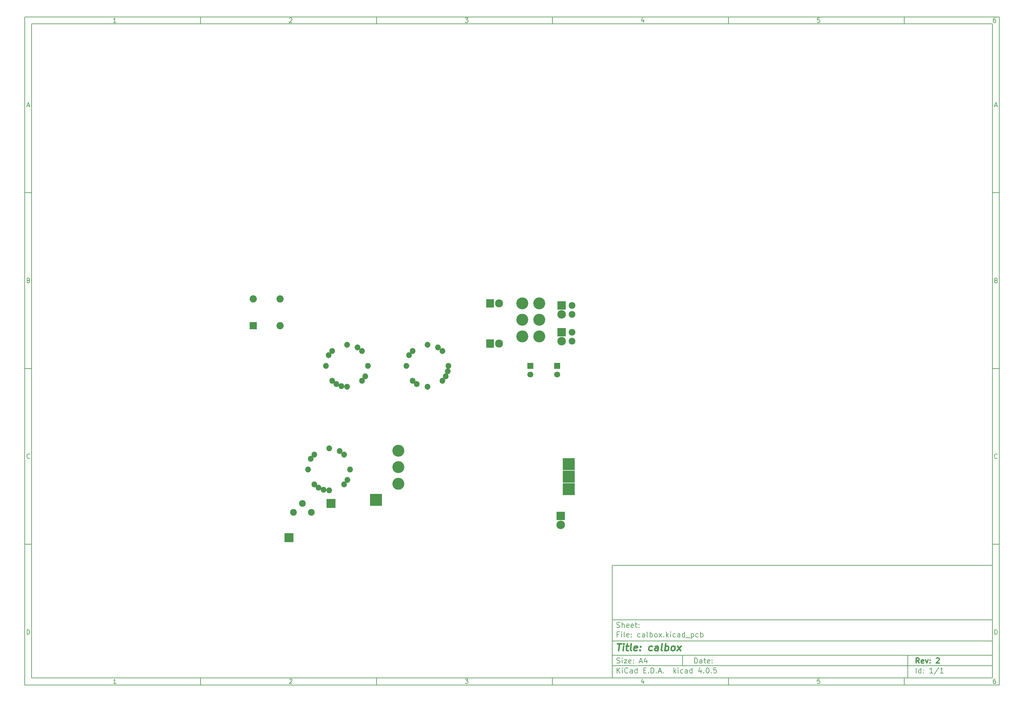
<source format=gbr>
G04 #@! TF.FileFunction,Soldermask,Bot*
%FSLAX46Y46*%
G04 Gerber Fmt 4.6, Leading zero omitted, Abs format (unit mm)*
G04 Created by KiCad (PCBNEW 4.0.5) date Monday, May 22, 2017 'PMt' 09:48:53 PM*
%MOMM*%
%LPD*%
G01*
G04 APERTURE LIST*
%ADD10C,0.100000*%
%ADD11C,0.150000*%
%ADD12C,0.300000*%
%ADD13C,0.400000*%
%ADD14C,1.924000*%
%ADD15R,3.400000X3.400000*%
%ADD16C,1.700000*%
%ADD17R,1.700000X1.700000*%
%ADD18R,2.635200X2.635200*%
%ADD19R,2.432000X2.432000*%
%ADD20O,2.432000X2.432000*%
%ADD21R,2.051000X2.051000*%
%ADD22C,2.051000*%
%ADD23R,2.300000X2.400000*%
%ADD24C,2.300000*%
%ADD25O,1.670000X1.670000*%
%ADD26C,3.400000*%
%ADD27O,1.924000X1.924000*%
G04 APERTURE END LIST*
D10*
D11*
X177002200Y-166007200D02*
X177002200Y-198007200D01*
X285002200Y-198007200D01*
X285002200Y-166007200D01*
X177002200Y-166007200D01*
D10*
D11*
X10000000Y-10000000D02*
X10000000Y-200007200D01*
X287002200Y-200007200D01*
X287002200Y-10000000D01*
X10000000Y-10000000D01*
D10*
D11*
X12000000Y-12000000D02*
X12000000Y-198007200D01*
X285002200Y-198007200D01*
X285002200Y-12000000D01*
X12000000Y-12000000D01*
D10*
D11*
X60000000Y-12000000D02*
X60000000Y-10000000D01*
D10*
D11*
X110000000Y-12000000D02*
X110000000Y-10000000D01*
D10*
D11*
X160000000Y-12000000D02*
X160000000Y-10000000D01*
D10*
D11*
X210000000Y-12000000D02*
X210000000Y-10000000D01*
D10*
D11*
X260000000Y-12000000D02*
X260000000Y-10000000D01*
D10*
D11*
X35990476Y-11588095D02*
X35247619Y-11588095D01*
X35619048Y-11588095D02*
X35619048Y-10288095D01*
X35495238Y-10473810D01*
X35371429Y-10597619D01*
X35247619Y-10659524D01*
D10*
D11*
X85247619Y-10411905D02*
X85309524Y-10350000D01*
X85433333Y-10288095D01*
X85742857Y-10288095D01*
X85866667Y-10350000D01*
X85928571Y-10411905D01*
X85990476Y-10535714D01*
X85990476Y-10659524D01*
X85928571Y-10845238D01*
X85185714Y-11588095D01*
X85990476Y-11588095D01*
D10*
D11*
X135185714Y-10288095D02*
X135990476Y-10288095D01*
X135557143Y-10783333D01*
X135742857Y-10783333D01*
X135866667Y-10845238D01*
X135928571Y-10907143D01*
X135990476Y-11030952D01*
X135990476Y-11340476D01*
X135928571Y-11464286D01*
X135866667Y-11526190D01*
X135742857Y-11588095D01*
X135371429Y-11588095D01*
X135247619Y-11526190D01*
X135185714Y-11464286D01*
D10*
D11*
X185866667Y-10721429D02*
X185866667Y-11588095D01*
X185557143Y-10226190D02*
X185247619Y-11154762D01*
X186052381Y-11154762D01*
D10*
D11*
X235928571Y-10288095D02*
X235309524Y-10288095D01*
X235247619Y-10907143D01*
X235309524Y-10845238D01*
X235433333Y-10783333D01*
X235742857Y-10783333D01*
X235866667Y-10845238D01*
X235928571Y-10907143D01*
X235990476Y-11030952D01*
X235990476Y-11340476D01*
X235928571Y-11464286D01*
X235866667Y-11526190D01*
X235742857Y-11588095D01*
X235433333Y-11588095D01*
X235309524Y-11526190D01*
X235247619Y-11464286D01*
D10*
D11*
X285866667Y-10288095D02*
X285619048Y-10288095D01*
X285495238Y-10350000D01*
X285433333Y-10411905D01*
X285309524Y-10597619D01*
X285247619Y-10845238D01*
X285247619Y-11340476D01*
X285309524Y-11464286D01*
X285371429Y-11526190D01*
X285495238Y-11588095D01*
X285742857Y-11588095D01*
X285866667Y-11526190D01*
X285928571Y-11464286D01*
X285990476Y-11340476D01*
X285990476Y-11030952D01*
X285928571Y-10907143D01*
X285866667Y-10845238D01*
X285742857Y-10783333D01*
X285495238Y-10783333D01*
X285371429Y-10845238D01*
X285309524Y-10907143D01*
X285247619Y-11030952D01*
D10*
D11*
X60000000Y-198007200D02*
X60000000Y-200007200D01*
D10*
D11*
X110000000Y-198007200D02*
X110000000Y-200007200D01*
D10*
D11*
X160000000Y-198007200D02*
X160000000Y-200007200D01*
D10*
D11*
X210000000Y-198007200D02*
X210000000Y-200007200D01*
D10*
D11*
X260000000Y-198007200D02*
X260000000Y-200007200D01*
D10*
D11*
X35990476Y-199595295D02*
X35247619Y-199595295D01*
X35619048Y-199595295D02*
X35619048Y-198295295D01*
X35495238Y-198481010D01*
X35371429Y-198604819D01*
X35247619Y-198666724D01*
D10*
D11*
X85247619Y-198419105D02*
X85309524Y-198357200D01*
X85433333Y-198295295D01*
X85742857Y-198295295D01*
X85866667Y-198357200D01*
X85928571Y-198419105D01*
X85990476Y-198542914D01*
X85990476Y-198666724D01*
X85928571Y-198852438D01*
X85185714Y-199595295D01*
X85990476Y-199595295D01*
D10*
D11*
X135185714Y-198295295D02*
X135990476Y-198295295D01*
X135557143Y-198790533D01*
X135742857Y-198790533D01*
X135866667Y-198852438D01*
X135928571Y-198914343D01*
X135990476Y-199038152D01*
X135990476Y-199347676D01*
X135928571Y-199471486D01*
X135866667Y-199533390D01*
X135742857Y-199595295D01*
X135371429Y-199595295D01*
X135247619Y-199533390D01*
X135185714Y-199471486D01*
D10*
D11*
X185866667Y-198728629D02*
X185866667Y-199595295D01*
X185557143Y-198233390D02*
X185247619Y-199161962D01*
X186052381Y-199161962D01*
D10*
D11*
X235928571Y-198295295D02*
X235309524Y-198295295D01*
X235247619Y-198914343D01*
X235309524Y-198852438D01*
X235433333Y-198790533D01*
X235742857Y-198790533D01*
X235866667Y-198852438D01*
X235928571Y-198914343D01*
X235990476Y-199038152D01*
X235990476Y-199347676D01*
X235928571Y-199471486D01*
X235866667Y-199533390D01*
X235742857Y-199595295D01*
X235433333Y-199595295D01*
X235309524Y-199533390D01*
X235247619Y-199471486D01*
D10*
D11*
X285866667Y-198295295D02*
X285619048Y-198295295D01*
X285495238Y-198357200D01*
X285433333Y-198419105D01*
X285309524Y-198604819D01*
X285247619Y-198852438D01*
X285247619Y-199347676D01*
X285309524Y-199471486D01*
X285371429Y-199533390D01*
X285495238Y-199595295D01*
X285742857Y-199595295D01*
X285866667Y-199533390D01*
X285928571Y-199471486D01*
X285990476Y-199347676D01*
X285990476Y-199038152D01*
X285928571Y-198914343D01*
X285866667Y-198852438D01*
X285742857Y-198790533D01*
X285495238Y-198790533D01*
X285371429Y-198852438D01*
X285309524Y-198914343D01*
X285247619Y-199038152D01*
D10*
D11*
X10000000Y-60000000D02*
X12000000Y-60000000D01*
D10*
D11*
X10000000Y-110000000D02*
X12000000Y-110000000D01*
D10*
D11*
X10000000Y-160000000D02*
X12000000Y-160000000D01*
D10*
D11*
X10690476Y-35216667D02*
X11309524Y-35216667D01*
X10566667Y-35588095D02*
X11000000Y-34288095D01*
X11433333Y-35588095D01*
D10*
D11*
X11092857Y-84907143D02*
X11278571Y-84969048D01*
X11340476Y-85030952D01*
X11402381Y-85154762D01*
X11402381Y-85340476D01*
X11340476Y-85464286D01*
X11278571Y-85526190D01*
X11154762Y-85588095D01*
X10659524Y-85588095D01*
X10659524Y-84288095D01*
X11092857Y-84288095D01*
X11216667Y-84350000D01*
X11278571Y-84411905D01*
X11340476Y-84535714D01*
X11340476Y-84659524D01*
X11278571Y-84783333D01*
X11216667Y-84845238D01*
X11092857Y-84907143D01*
X10659524Y-84907143D01*
D10*
D11*
X11402381Y-135464286D02*
X11340476Y-135526190D01*
X11154762Y-135588095D01*
X11030952Y-135588095D01*
X10845238Y-135526190D01*
X10721429Y-135402381D01*
X10659524Y-135278571D01*
X10597619Y-135030952D01*
X10597619Y-134845238D01*
X10659524Y-134597619D01*
X10721429Y-134473810D01*
X10845238Y-134350000D01*
X11030952Y-134288095D01*
X11154762Y-134288095D01*
X11340476Y-134350000D01*
X11402381Y-134411905D01*
D10*
D11*
X10659524Y-185588095D02*
X10659524Y-184288095D01*
X10969048Y-184288095D01*
X11154762Y-184350000D01*
X11278571Y-184473810D01*
X11340476Y-184597619D01*
X11402381Y-184845238D01*
X11402381Y-185030952D01*
X11340476Y-185278571D01*
X11278571Y-185402381D01*
X11154762Y-185526190D01*
X10969048Y-185588095D01*
X10659524Y-185588095D01*
D10*
D11*
X287002200Y-60000000D02*
X285002200Y-60000000D01*
D10*
D11*
X287002200Y-110000000D02*
X285002200Y-110000000D01*
D10*
D11*
X287002200Y-160000000D02*
X285002200Y-160000000D01*
D10*
D11*
X285692676Y-35216667D02*
X286311724Y-35216667D01*
X285568867Y-35588095D02*
X286002200Y-34288095D01*
X286435533Y-35588095D01*
D10*
D11*
X286095057Y-84907143D02*
X286280771Y-84969048D01*
X286342676Y-85030952D01*
X286404581Y-85154762D01*
X286404581Y-85340476D01*
X286342676Y-85464286D01*
X286280771Y-85526190D01*
X286156962Y-85588095D01*
X285661724Y-85588095D01*
X285661724Y-84288095D01*
X286095057Y-84288095D01*
X286218867Y-84350000D01*
X286280771Y-84411905D01*
X286342676Y-84535714D01*
X286342676Y-84659524D01*
X286280771Y-84783333D01*
X286218867Y-84845238D01*
X286095057Y-84907143D01*
X285661724Y-84907143D01*
D10*
D11*
X286404581Y-135464286D02*
X286342676Y-135526190D01*
X286156962Y-135588095D01*
X286033152Y-135588095D01*
X285847438Y-135526190D01*
X285723629Y-135402381D01*
X285661724Y-135278571D01*
X285599819Y-135030952D01*
X285599819Y-134845238D01*
X285661724Y-134597619D01*
X285723629Y-134473810D01*
X285847438Y-134350000D01*
X286033152Y-134288095D01*
X286156962Y-134288095D01*
X286342676Y-134350000D01*
X286404581Y-134411905D01*
D10*
D11*
X285661724Y-185588095D02*
X285661724Y-184288095D01*
X285971248Y-184288095D01*
X286156962Y-184350000D01*
X286280771Y-184473810D01*
X286342676Y-184597619D01*
X286404581Y-184845238D01*
X286404581Y-185030952D01*
X286342676Y-185278571D01*
X286280771Y-185402381D01*
X286156962Y-185526190D01*
X285971248Y-185588095D01*
X285661724Y-185588095D01*
D10*
D11*
X200359343Y-193785771D02*
X200359343Y-192285771D01*
X200716486Y-192285771D01*
X200930771Y-192357200D01*
X201073629Y-192500057D01*
X201145057Y-192642914D01*
X201216486Y-192928629D01*
X201216486Y-193142914D01*
X201145057Y-193428629D01*
X201073629Y-193571486D01*
X200930771Y-193714343D01*
X200716486Y-193785771D01*
X200359343Y-193785771D01*
X202502200Y-193785771D02*
X202502200Y-193000057D01*
X202430771Y-192857200D01*
X202287914Y-192785771D01*
X202002200Y-192785771D01*
X201859343Y-192857200D01*
X202502200Y-193714343D02*
X202359343Y-193785771D01*
X202002200Y-193785771D01*
X201859343Y-193714343D01*
X201787914Y-193571486D01*
X201787914Y-193428629D01*
X201859343Y-193285771D01*
X202002200Y-193214343D01*
X202359343Y-193214343D01*
X202502200Y-193142914D01*
X203002200Y-192785771D02*
X203573629Y-192785771D01*
X203216486Y-192285771D02*
X203216486Y-193571486D01*
X203287914Y-193714343D01*
X203430772Y-193785771D01*
X203573629Y-193785771D01*
X204645057Y-193714343D02*
X204502200Y-193785771D01*
X204216486Y-193785771D01*
X204073629Y-193714343D01*
X204002200Y-193571486D01*
X204002200Y-193000057D01*
X204073629Y-192857200D01*
X204216486Y-192785771D01*
X204502200Y-192785771D01*
X204645057Y-192857200D01*
X204716486Y-193000057D01*
X204716486Y-193142914D01*
X204002200Y-193285771D01*
X205359343Y-193642914D02*
X205430771Y-193714343D01*
X205359343Y-193785771D01*
X205287914Y-193714343D01*
X205359343Y-193642914D01*
X205359343Y-193785771D01*
X205359343Y-192857200D02*
X205430771Y-192928629D01*
X205359343Y-193000057D01*
X205287914Y-192928629D01*
X205359343Y-192857200D01*
X205359343Y-193000057D01*
D10*
D11*
X177002200Y-194507200D02*
X285002200Y-194507200D01*
D10*
D11*
X178359343Y-196585771D02*
X178359343Y-195085771D01*
X179216486Y-196585771D02*
X178573629Y-195728629D01*
X179216486Y-195085771D02*
X178359343Y-195942914D01*
X179859343Y-196585771D02*
X179859343Y-195585771D01*
X179859343Y-195085771D02*
X179787914Y-195157200D01*
X179859343Y-195228629D01*
X179930771Y-195157200D01*
X179859343Y-195085771D01*
X179859343Y-195228629D01*
X181430772Y-196442914D02*
X181359343Y-196514343D01*
X181145057Y-196585771D01*
X181002200Y-196585771D01*
X180787915Y-196514343D01*
X180645057Y-196371486D01*
X180573629Y-196228629D01*
X180502200Y-195942914D01*
X180502200Y-195728629D01*
X180573629Y-195442914D01*
X180645057Y-195300057D01*
X180787915Y-195157200D01*
X181002200Y-195085771D01*
X181145057Y-195085771D01*
X181359343Y-195157200D01*
X181430772Y-195228629D01*
X182716486Y-196585771D02*
X182716486Y-195800057D01*
X182645057Y-195657200D01*
X182502200Y-195585771D01*
X182216486Y-195585771D01*
X182073629Y-195657200D01*
X182716486Y-196514343D02*
X182573629Y-196585771D01*
X182216486Y-196585771D01*
X182073629Y-196514343D01*
X182002200Y-196371486D01*
X182002200Y-196228629D01*
X182073629Y-196085771D01*
X182216486Y-196014343D01*
X182573629Y-196014343D01*
X182716486Y-195942914D01*
X184073629Y-196585771D02*
X184073629Y-195085771D01*
X184073629Y-196514343D02*
X183930772Y-196585771D01*
X183645058Y-196585771D01*
X183502200Y-196514343D01*
X183430772Y-196442914D01*
X183359343Y-196300057D01*
X183359343Y-195871486D01*
X183430772Y-195728629D01*
X183502200Y-195657200D01*
X183645058Y-195585771D01*
X183930772Y-195585771D01*
X184073629Y-195657200D01*
X185930772Y-195800057D02*
X186430772Y-195800057D01*
X186645058Y-196585771D02*
X185930772Y-196585771D01*
X185930772Y-195085771D01*
X186645058Y-195085771D01*
X187287915Y-196442914D02*
X187359343Y-196514343D01*
X187287915Y-196585771D01*
X187216486Y-196514343D01*
X187287915Y-196442914D01*
X187287915Y-196585771D01*
X188002201Y-196585771D02*
X188002201Y-195085771D01*
X188359344Y-195085771D01*
X188573629Y-195157200D01*
X188716487Y-195300057D01*
X188787915Y-195442914D01*
X188859344Y-195728629D01*
X188859344Y-195942914D01*
X188787915Y-196228629D01*
X188716487Y-196371486D01*
X188573629Y-196514343D01*
X188359344Y-196585771D01*
X188002201Y-196585771D01*
X189502201Y-196442914D02*
X189573629Y-196514343D01*
X189502201Y-196585771D01*
X189430772Y-196514343D01*
X189502201Y-196442914D01*
X189502201Y-196585771D01*
X190145058Y-196157200D02*
X190859344Y-196157200D01*
X190002201Y-196585771D02*
X190502201Y-195085771D01*
X191002201Y-196585771D01*
X191502201Y-196442914D02*
X191573629Y-196514343D01*
X191502201Y-196585771D01*
X191430772Y-196514343D01*
X191502201Y-196442914D01*
X191502201Y-196585771D01*
X194502201Y-196585771D02*
X194502201Y-195085771D01*
X194645058Y-196014343D02*
X195073629Y-196585771D01*
X195073629Y-195585771D02*
X194502201Y-196157200D01*
X195716487Y-196585771D02*
X195716487Y-195585771D01*
X195716487Y-195085771D02*
X195645058Y-195157200D01*
X195716487Y-195228629D01*
X195787915Y-195157200D01*
X195716487Y-195085771D01*
X195716487Y-195228629D01*
X197073630Y-196514343D02*
X196930773Y-196585771D01*
X196645059Y-196585771D01*
X196502201Y-196514343D01*
X196430773Y-196442914D01*
X196359344Y-196300057D01*
X196359344Y-195871486D01*
X196430773Y-195728629D01*
X196502201Y-195657200D01*
X196645059Y-195585771D01*
X196930773Y-195585771D01*
X197073630Y-195657200D01*
X198359344Y-196585771D02*
X198359344Y-195800057D01*
X198287915Y-195657200D01*
X198145058Y-195585771D01*
X197859344Y-195585771D01*
X197716487Y-195657200D01*
X198359344Y-196514343D02*
X198216487Y-196585771D01*
X197859344Y-196585771D01*
X197716487Y-196514343D01*
X197645058Y-196371486D01*
X197645058Y-196228629D01*
X197716487Y-196085771D01*
X197859344Y-196014343D01*
X198216487Y-196014343D01*
X198359344Y-195942914D01*
X199716487Y-196585771D02*
X199716487Y-195085771D01*
X199716487Y-196514343D02*
X199573630Y-196585771D01*
X199287916Y-196585771D01*
X199145058Y-196514343D01*
X199073630Y-196442914D01*
X199002201Y-196300057D01*
X199002201Y-195871486D01*
X199073630Y-195728629D01*
X199145058Y-195657200D01*
X199287916Y-195585771D01*
X199573630Y-195585771D01*
X199716487Y-195657200D01*
X202216487Y-195585771D02*
X202216487Y-196585771D01*
X201859344Y-195014343D02*
X201502201Y-196085771D01*
X202430773Y-196085771D01*
X203002201Y-196442914D02*
X203073629Y-196514343D01*
X203002201Y-196585771D01*
X202930772Y-196514343D01*
X203002201Y-196442914D01*
X203002201Y-196585771D01*
X204002201Y-195085771D02*
X204145058Y-195085771D01*
X204287915Y-195157200D01*
X204359344Y-195228629D01*
X204430773Y-195371486D01*
X204502201Y-195657200D01*
X204502201Y-196014343D01*
X204430773Y-196300057D01*
X204359344Y-196442914D01*
X204287915Y-196514343D01*
X204145058Y-196585771D01*
X204002201Y-196585771D01*
X203859344Y-196514343D01*
X203787915Y-196442914D01*
X203716487Y-196300057D01*
X203645058Y-196014343D01*
X203645058Y-195657200D01*
X203716487Y-195371486D01*
X203787915Y-195228629D01*
X203859344Y-195157200D01*
X204002201Y-195085771D01*
X205145058Y-196442914D02*
X205216486Y-196514343D01*
X205145058Y-196585771D01*
X205073629Y-196514343D01*
X205145058Y-196442914D01*
X205145058Y-196585771D01*
X206573630Y-195085771D02*
X205859344Y-195085771D01*
X205787915Y-195800057D01*
X205859344Y-195728629D01*
X206002201Y-195657200D01*
X206359344Y-195657200D01*
X206502201Y-195728629D01*
X206573630Y-195800057D01*
X206645058Y-195942914D01*
X206645058Y-196300057D01*
X206573630Y-196442914D01*
X206502201Y-196514343D01*
X206359344Y-196585771D01*
X206002201Y-196585771D01*
X205859344Y-196514343D01*
X205787915Y-196442914D01*
D10*
D11*
X177002200Y-191507200D02*
X285002200Y-191507200D01*
D10*
D12*
X264216486Y-193785771D02*
X263716486Y-193071486D01*
X263359343Y-193785771D02*
X263359343Y-192285771D01*
X263930771Y-192285771D01*
X264073629Y-192357200D01*
X264145057Y-192428629D01*
X264216486Y-192571486D01*
X264216486Y-192785771D01*
X264145057Y-192928629D01*
X264073629Y-193000057D01*
X263930771Y-193071486D01*
X263359343Y-193071486D01*
X265430771Y-193714343D02*
X265287914Y-193785771D01*
X265002200Y-193785771D01*
X264859343Y-193714343D01*
X264787914Y-193571486D01*
X264787914Y-193000057D01*
X264859343Y-192857200D01*
X265002200Y-192785771D01*
X265287914Y-192785771D01*
X265430771Y-192857200D01*
X265502200Y-193000057D01*
X265502200Y-193142914D01*
X264787914Y-193285771D01*
X266002200Y-192785771D02*
X266359343Y-193785771D01*
X266716485Y-192785771D01*
X267287914Y-193642914D02*
X267359342Y-193714343D01*
X267287914Y-193785771D01*
X267216485Y-193714343D01*
X267287914Y-193642914D01*
X267287914Y-193785771D01*
X267287914Y-192857200D02*
X267359342Y-192928629D01*
X267287914Y-193000057D01*
X267216485Y-192928629D01*
X267287914Y-192857200D01*
X267287914Y-193000057D01*
X269073628Y-192428629D02*
X269145057Y-192357200D01*
X269287914Y-192285771D01*
X269645057Y-192285771D01*
X269787914Y-192357200D01*
X269859343Y-192428629D01*
X269930771Y-192571486D01*
X269930771Y-192714343D01*
X269859343Y-192928629D01*
X269002200Y-193785771D01*
X269930771Y-193785771D01*
D10*
D11*
X178287914Y-193714343D02*
X178502200Y-193785771D01*
X178859343Y-193785771D01*
X179002200Y-193714343D01*
X179073629Y-193642914D01*
X179145057Y-193500057D01*
X179145057Y-193357200D01*
X179073629Y-193214343D01*
X179002200Y-193142914D01*
X178859343Y-193071486D01*
X178573629Y-193000057D01*
X178430771Y-192928629D01*
X178359343Y-192857200D01*
X178287914Y-192714343D01*
X178287914Y-192571486D01*
X178359343Y-192428629D01*
X178430771Y-192357200D01*
X178573629Y-192285771D01*
X178930771Y-192285771D01*
X179145057Y-192357200D01*
X179787914Y-193785771D02*
X179787914Y-192785771D01*
X179787914Y-192285771D02*
X179716485Y-192357200D01*
X179787914Y-192428629D01*
X179859342Y-192357200D01*
X179787914Y-192285771D01*
X179787914Y-192428629D01*
X180359343Y-192785771D02*
X181145057Y-192785771D01*
X180359343Y-193785771D01*
X181145057Y-193785771D01*
X182287914Y-193714343D02*
X182145057Y-193785771D01*
X181859343Y-193785771D01*
X181716486Y-193714343D01*
X181645057Y-193571486D01*
X181645057Y-193000057D01*
X181716486Y-192857200D01*
X181859343Y-192785771D01*
X182145057Y-192785771D01*
X182287914Y-192857200D01*
X182359343Y-193000057D01*
X182359343Y-193142914D01*
X181645057Y-193285771D01*
X183002200Y-193642914D02*
X183073628Y-193714343D01*
X183002200Y-193785771D01*
X182930771Y-193714343D01*
X183002200Y-193642914D01*
X183002200Y-193785771D01*
X183002200Y-192857200D02*
X183073628Y-192928629D01*
X183002200Y-193000057D01*
X182930771Y-192928629D01*
X183002200Y-192857200D01*
X183002200Y-193000057D01*
X184787914Y-193357200D02*
X185502200Y-193357200D01*
X184645057Y-193785771D02*
X185145057Y-192285771D01*
X185645057Y-193785771D01*
X186787914Y-192785771D02*
X186787914Y-193785771D01*
X186430771Y-192214343D02*
X186073628Y-193285771D01*
X187002200Y-193285771D01*
D10*
D11*
X263359343Y-196585771D02*
X263359343Y-195085771D01*
X264716486Y-196585771D02*
X264716486Y-195085771D01*
X264716486Y-196514343D02*
X264573629Y-196585771D01*
X264287915Y-196585771D01*
X264145057Y-196514343D01*
X264073629Y-196442914D01*
X264002200Y-196300057D01*
X264002200Y-195871486D01*
X264073629Y-195728629D01*
X264145057Y-195657200D01*
X264287915Y-195585771D01*
X264573629Y-195585771D01*
X264716486Y-195657200D01*
X265430772Y-196442914D02*
X265502200Y-196514343D01*
X265430772Y-196585771D01*
X265359343Y-196514343D01*
X265430772Y-196442914D01*
X265430772Y-196585771D01*
X265430772Y-195657200D02*
X265502200Y-195728629D01*
X265430772Y-195800057D01*
X265359343Y-195728629D01*
X265430772Y-195657200D01*
X265430772Y-195800057D01*
X268073629Y-196585771D02*
X267216486Y-196585771D01*
X267645058Y-196585771D02*
X267645058Y-195085771D01*
X267502201Y-195300057D01*
X267359343Y-195442914D01*
X267216486Y-195514343D01*
X269787914Y-195014343D02*
X268502200Y-196942914D01*
X271073629Y-196585771D02*
X270216486Y-196585771D01*
X270645058Y-196585771D02*
X270645058Y-195085771D01*
X270502201Y-195300057D01*
X270359343Y-195442914D01*
X270216486Y-195514343D01*
D10*
D11*
X177002200Y-187507200D02*
X285002200Y-187507200D01*
D10*
D13*
X178454581Y-188211962D02*
X179597438Y-188211962D01*
X178776010Y-190211962D02*
X179026010Y-188211962D01*
X180014105Y-190211962D02*
X180180771Y-188878629D01*
X180264105Y-188211962D02*
X180156962Y-188307200D01*
X180240295Y-188402438D01*
X180347439Y-188307200D01*
X180264105Y-188211962D01*
X180240295Y-188402438D01*
X180847438Y-188878629D02*
X181609343Y-188878629D01*
X181216486Y-188211962D02*
X181002200Y-189926248D01*
X181073630Y-190116724D01*
X181252201Y-190211962D01*
X181442677Y-190211962D01*
X182395058Y-190211962D02*
X182216487Y-190116724D01*
X182145057Y-189926248D01*
X182359343Y-188211962D01*
X183930772Y-190116724D02*
X183728391Y-190211962D01*
X183347439Y-190211962D01*
X183168867Y-190116724D01*
X183097438Y-189926248D01*
X183192676Y-189164343D01*
X183311724Y-188973867D01*
X183514105Y-188878629D01*
X183895057Y-188878629D01*
X184073629Y-188973867D01*
X184145057Y-189164343D01*
X184121248Y-189354819D01*
X183145057Y-189545295D01*
X184895057Y-190021486D02*
X184978392Y-190116724D01*
X184871248Y-190211962D01*
X184787915Y-190116724D01*
X184895057Y-190021486D01*
X184871248Y-190211962D01*
X185026010Y-188973867D02*
X185109344Y-189069105D01*
X185002200Y-189164343D01*
X184918867Y-189069105D01*
X185026010Y-188973867D01*
X185002200Y-189164343D01*
X188216487Y-190116724D02*
X188014106Y-190211962D01*
X187633154Y-190211962D01*
X187454583Y-190116724D01*
X187371248Y-190021486D01*
X187299820Y-189831010D01*
X187371248Y-189259581D01*
X187490296Y-189069105D01*
X187597440Y-188973867D01*
X187799820Y-188878629D01*
X188180772Y-188878629D01*
X188359344Y-188973867D01*
X189918868Y-190211962D02*
X190049820Y-189164343D01*
X189978392Y-188973867D01*
X189799820Y-188878629D01*
X189418868Y-188878629D01*
X189216487Y-188973867D01*
X189930773Y-190116724D02*
X189728392Y-190211962D01*
X189252202Y-190211962D01*
X189073630Y-190116724D01*
X189002201Y-189926248D01*
X189026011Y-189735771D01*
X189145058Y-189545295D01*
X189347440Y-189450057D01*
X189823630Y-189450057D01*
X190026011Y-189354819D01*
X191156964Y-190211962D02*
X190978393Y-190116724D01*
X190906963Y-189926248D01*
X191121249Y-188211962D01*
X191918868Y-190211962D02*
X192168868Y-188211962D01*
X192073630Y-188973867D02*
X192276011Y-188878629D01*
X192656963Y-188878629D01*
X192835535Y-188973867D01*
X192918868Y-189069105D01*
X192990296Y-189259581D01*
X192918868Y-189831010D01*
X192799820Y-190021486D01*
X192692678Y-190116724D01*
X192490297Y-190211962D01*
X192109345Y-190211962D01*
X191930773Y-190116724D01*
X194014107Y-190211962D02*
X193835536Y-190116724D01*
X193752201Y-190021486D01*
X193680773Y-189831010D01*
X193752201Y-189259581D01*
X193871249Y-189069105D01*
X193978393Y-188973867D01*
X194180773Y-188878629D01*
X194466487Y-188878629D01*
X194645059Y-188973867D01*
X194728392Y-189069105D01*
X194799820Y-189259581D01*
X194728392Y-189831010D01*
X194609344Y-190021486D01*
X194502202Y-190116724D01*
X194299821Y-190211962D01*
X194014107Y-190211962D01*
X195347440Y-190211962D02*
X196561725Y-188878629D01*
X195514106Y-188878629D02*
X196395059Y-190211962D01*
D10*
D11*
X178859343Y-185600057D02*
X178359343Y-185600057D01*
X178359343Y-186385771D02*
X178359343Y-184885771D01*
X179073629Y-184885771D01*
X179645057Y-186385771D02*
X179645057Y-185385771D01*
X179645057Y-184885771D02*
X179573628Y-184957200D01*
X179645057Y-185028629D01*
X179716485Y-184957200D01*
X179645057Y-184885771D01*
X179645057Y-185028629D01*
X180573629Y-186385771D02*
X180430771Y-186314343D01*
X180359343Y-186171486D01*
X180359343Y-184885771D01*
X181716485Y-186314343D02*
X181573628Y-186385771D01*
X181287914Y-186385771D01*
X181145057Y-186314343D01*
X181073628Y-186171486D01*
X181073628Y-185600057D01*
X181145057Y-185457200D01*
X181287914Y-185385771D01*
X181573628Y-185385771D01*
X181716485Y-185457200D01*
X181787914Y-185600057D01*
X181787914Y-185742914D01*
X181073628Y-185885771D01*
X182430771Y-186242914D02*
X182502199Y-186314343D01*
X182430771Y-186385771D01*
X182359342Y-186314343D01*
X182430771Y-186242914D01*
X182430771Y-186385771D01*
X182430771Y-185457200D02*
X182502199Y-185528629D01*
X182430771Y-185600057D01*
X182359342Y-185528629D01*
X182430771Y-185457200D01*
X182430771Y-185600057D01*
X184930771Y-186314343D02*
X184787914Y-186385771D01*
X184502200Y-186385771D01*
X184359342Y-186314343D01*
X184287914Y-186242914D01*
X184216485Y-186100057D01*
X184216485Y-185671486D01*
X184287914Y-185528629D01*
X184359342Y-185457200D01*
X184502200Y-185385771D01*
X184787914Y-185385771D01*
X184930771Y-185457200D01*
X186216485Y-186385771D02*
X186216485Y-185600057D01*
X186145056Y-185457200D01*
X186002199Y-185385771D01*
X185716485Y-185385771D01*
X185573628Y-185457200D01*
X186216485Y-186314343D02*
X186073628Y-186385771D01*
X185716485Y-186385771D01*
X185573628Y-186314343D01*
X185502199Y-186171486D01*
X185502199Y-186028629D01*
X185573628Y-185885771D01*
X185716485Y-185814343D01*
X186073628Y-185814343D01*
X186216485Y-185742914D01*
X187145057Y-186385771D02*
X187002199Y-186314343D01*
X186930771Y-186171486D01*
X186930771Y-184885771D01*
X187716485Y-186385771D02*
X187716485Y-184885771D01*
X187716485Y-185457200D02*
X187859342Y-185385771D01*
X188145056Y-185385771D01*
X188287913Y-185457200D01*
X188359342Y-185528629D01*
X188430771Y-185671486D01*
X188430771Y-186100057D01*
X188359342Y-186242914D01*
X188287913Y-186314343D01*
X188145056Y-186385771D01*
X187859342Y-186385771D01*
X187716485Y-186314343D01*
X189287914Y-186385771D02*
X189145056Y-186314343D01*
X189073628Y-186242914D01*
X189002199Y-186100057D01*
X189002199Y-185671486D01*
X189073628Y-185528629D01*
X189145056Y-185457200D01*
X189287914Y-185385771D01*
X189502199Y-185385771D01*
X189645056Y-185457200D01*
X189716485Y-185528629D01*
X189787914Y-185671486D01*
X189787914Y-186100057D01*
X189716485Y-186242914D01*
X189645056Y-186314343D01*
X189502199Y-186385771D01*
X189287914Y-186385771D01*
X190287914Y-186385771D02*
X191073628Y-185385771D01*
X190287914Y-185385771D02*
X191073628Y-186385771D01*
X191645057Y-186242914D02*
X191716485Y-186314343D01*
X191645057Y-186385771D01*
X191573628Y-186314343D01*
X191645057Y-186242914D01*
X191645057Y-186385771D01*
X192359343Y-186385771D02*
X192359343Y-184885771D01*
X192502200Y-185814343D02*
X192930771Y-186385771D01*
X192930771Y-185385771D02*
X192359343Y-185957200D01*
X193573629Y-186385771D02*
X193573629Y-185385771D01*
X193573629Y-184885771D02*
X193502200Y-184957200D01*
X193573629Y-185028629D01*
X193645057Y-184957200D01*
X193573629Y-184885771D01*
X193573629Y-185028629D01*
X194930772Y-186314343D02*
X194787915Y-186385771D01*
X194502201Y-186385771D01*
X194359343Y-186314343D01*
X194287915Y-186242914D01*
X194216486Y-186100057D01*
X194216486Y-185671486D01*
X194287915Y-185528629D01*
X194359343Y-185457200D01*
X194502201Y-185385771D01*
X194787915Y-185385771D01*
X194930772Y-185457200D01*
X196216486Y-186385771D02*
X196216486Y-185600057D01*
X196145057Y-185457200D01*
X196002200Y-185385771D01*
X195716486Y-185385771D01*
X195573629Y-185457200D01*
X196216486Y-186314343D02*
X196073629Y-186385771D01*
X195716486Y-186385771D01*
X195573629Y-186314343D01*
X195502200Y-186171486D01*
X195502200Y-186028629D01*
X195573629Y-185885771D01*
X195716486Y-185814343D01*
X196073629Y-185814343D01*
X196216486Y-185742914D01*
X197573629Y-186385771D02*
X197573629Y-184885771D01*
X197573629Y-186314343D02*
X197430772Y-186385771D01*
X197145058Y-186385771D01*
X197002200Y-186314343D01*
X196930772Y-186242914D01*
X196859343Y-186100057D01*
X196859343Y-185671486D01*
X196930772Y-185528629D01*
X197002200Y-185457200D01*
X197145058Y-185385771D01*
X197430772Y-185385771D01*
X197573629Y-185457200D01*
X197930772Y-186528629D02*
X199073629Y-186528629D01*
X199430772Y-185385771D02*
X199430772Y-186885771D01*
X199430772Y-185457200D02*
X199573629Y-185385771D01*
X199859343Y-185385771D01*
X200002200Y-185457200D01*
X200073629Y-185528629D01*
X200145058Y-185671486D01*
X200145058Y-186100057D01*
X200073629Y-186242914D01*
X200002200Y-186314343D01*
X199859343Y-186385771D01*
X199573629Y-186385771D01*
X199430772Y-186314343D01*
X201430772Y-186314343D02*
X201287915Y-186385771D01*
X201002201Y-186385771D01*
X200859343Y-186314343D01*
X200787915Y-186242914D01*
X200716486Y-186100057D01*
X200716486Y-185671486D01*
X200787915Y-185528629D01*
X200859343Y-185457200D01*
X201002201Y-185385771D01*
X201287915Y-185385771D01*
X201430772Y-185457200D01*
X202073629Y-186385771D02*
X202073629Y-184885771D01*
X202073629Y-185457200D02*
X202216486Y-185385771D01*
X202502200Y-185385771D01*
X202645057Y-185457200D01*
X202716486Y-185528629D01*
X202787915Y-185671486D01*
X202787915Y-186100057D01*
X202716486Y-186242914D01*
X202645057Y-186314343D01*
X202502200Y-186385771D01*
X202216486Y-186385771D01*
X202073629Y-186314343D01*
D10*
D11*
X177002200Y-181507200D02*
X285002200Y-181507200D01*
D10*
D11*
X178287914Y-183614343D02*
X178502200Y-183685771D01*
X178859343Y-183685771D01*
X179002200Y-183614343D01*
X179073629Y-183542914D01*
X179145057Y-183400057D01*
X179145057Y-183257200D01*
X179073629Y-183114343D01*
X179002200Y-183042914D01*
X178859343Y-182971486D01*
X178573629Y-182900057D01*
X178430771Y-182828629D01*
X178359343Y-182757200D01*
X178287914Y-182614343D01*
X178287914Y-182471486D01*
X178359343Y-182328629D01*
X178430771Y-182257200D01*
X178573629Y-182185771D01*
X178930771Y-182185771D01*
X179145057Y-182257200D01*
X179787914Y-183685771D02*
X179787914Y-182185771D01*
X180430771Y-183685771D02*
X180430771Y-182900057D01*
X180359342Y-182757200D01*
X180216485Y-182685771D01*
X180002200Y-182685771D01*
X179859342Y-182757200D01*
X179787914Y-182828629D01*
X181716485Y-183614343D02*
X181573628Y-183685771D01*
X181287914Y-183685771D01*
X181145057Y-183614343D01*
X181073628Y-183471486D01*
X181073628Y-182900057D01*
X181145057Y-182757200D01*
X181287914Y-182685771D01*
X181573628Y-182685771D01*
X181716485Y-182757200D01*
X181787914Y-182900057D01*
X181787914Y-183042914D01*
X181073628Y-183185771D01*
X183002199Y-183614343D02*
X182859342Y-183685771D01*
X182573628Y-183685771D01*
X182430771Y-183614343D01*
X182359342Y-183471486D01*
X182359342Y-182900057D01*
X182430771Y-182757200D01*
X182573628Y-182685771D01*
X182859342Y-182685771D01*
X183002199Y-182757200D01*
X183073628Y-182900057D01*
X183073628Y-183042914D01*
X182359342Y-183185771D01*
X183502199Y-182685771D02*
X184073628Y-182685771D01*
X183716485Y-182185771D02*
X183716485Y-183471486D01*
X183787913Y-183614343D01*
X183930771Y-183685771D01*
X184073628Y-183685771D01*
X184573628Y-183542914D02*
X184645056Y-183614343D01*
X184573628Y-183685771D01*
X184502199Y-183614343D01*
X184573628Y-183542914D01*
X184573628Y-183685771D01*
X184573628Y-182757200D02*
X184645056Y-182828629D01*
X184573628Y-182900057D01*
X184502199Y-182828629D01*
X184573628Y-182757200D01*
X184573628Y-182900057D01*
D10*
D11*
X197002200Y-191507200D02*
X197002200Y-194507200D01*
D10*
D11*
X261002200Y-191507200D02*
X261002200Y-198007200D01*
D14*
X91440000Y-150876000D03*
X88900000Y-148336000D03*
X86360000Y-150876000D03*
D15*
X164592000Y-140716000D03*
X164592000Y-137160000D03*
X164592000Y-144272000D03*
X109855000Y-147320000D03*
D16*
X161290000Y-111720000D03*
D17*
X161290000Y-109220000D03*
D18*
X85090000Y-158115000D03*
X97028000Y-148336000D03*
D19*
X162306000Y-151892000D03*
D20*
X162306000Y-154432000D03*
D21*
X74930000Y-97790000D03*
D22*
X74930000Y-90170000D03*
X82550000Y-90170000D03*
X82550000Y-97790000D03*
D23*
X142240000Y-102870000D03*
D24*
X144780000Y-102870000D03*
D23*
X142240000Y-91440000D03*
D24*
X144780000Y-91440000D03*
D16*
X153670000Y-111720000D03*
D17*
X153670000Y-109220000D03*
D25*
X94968536Y-144474145D03*
X93522800Y-143875302D03*
X92281320Y-142922680D03*
X90525600Y-138684000D03*
X91328698Y-135686800D03*
X92281320Y-134445320D03*
X96520000Y-132689600D03*
X99517199Y-133492698D03*
X100758680Y-134445320D03*
X102514400Y-138684000D03*
X101711302Y-141681199D03*
X100758680Y-142922680D03*
X96520000Y-144678400D03*
X100048536Y-115010145D03*
X98602800Y-114411302D03*
X97361320Y-113458680D03*
X95605600Y-109220000D03*
X96408698Y-106222800D03*
X97361320Y-104981320D03*
X101600000Y-103225600D03*
X104597199Y-104028698D03*
X105838680Y-104981320D03*
X107594400Y-109220000D03*
X106791302Y-112217199D03*
X105838680Y-113458680D03*
X101600000Y-115214400D03*
X130250145Y-110771464D03*
X129651302Y-112217200D03*
X128698680Y-113458680D03*
X124460000Y-115214400D03*
X121462800Y-114411302D03*
X120221320Y-113458680D03*
X118465600Y-109220000D03*
X119268698Y-106222801D03*
X120221320Y-104981320D03*
X124460000Y-103225600D03*
X127457199Y-104028698D03*
X128698680Y-104981320D03*
X130454400Y-109220000D03*
D26*
X151409400Y-100838000D03*
X156210000Y-100838000D03*
X151409400Y-96139000D03*
X156210000Y-96139000D03*
X151409400Y-91440000D03*
X156210000Y-91440000D03*
X116205000Y-142748000D03*
X116205000Y-138049000D03*
X116205000Y-133350000D03*
D19*
X162560000Y-92075000D03*
D20*
X162560000Y-94615000D03*
D27*
X165560000Y-92075000D03*
X165560000Y-94575000D03*
D19*
X162560000Y-99695000D03*
D20*
X162560000Y-102235000D03*
D27*
X165560000Y-99695000D03*
X165560000Y-102195000D03*
M02*

</source>
